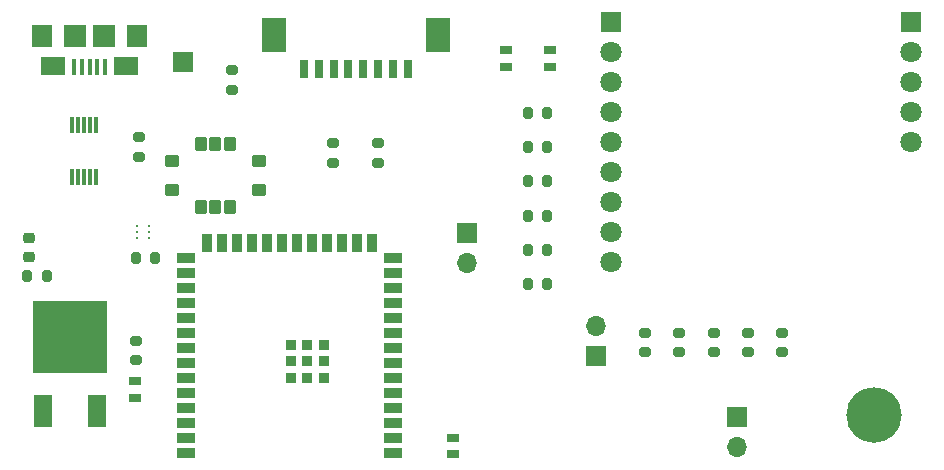
<source format=gbr>
%TF.GenerationSoftware,KiCad,Pcbnew,(6.0.8-1)-1*%
%TF.CreationDate,2022-11-08T13:41:34-07:00*%
%TF.ProjectId,AirU,41697255-2e6b-4696-9361-645f70636258,rev?*%
%TF.SameCoordinates,Original*%
%TF.FileFunction,Soldermask,Top*%
%TF.FilePolarity,Negative*%
%FSLAX46Y46*%
G04 Gerber Fmt 4.6, Leading zero omitted, Abs format (unit mm)*
G04 Created by KiCad (PCBNEW (6.0.8-1)-1) date 2022-11-08 13:41:34*
%MOMM*%
%LPD*%
G01*
G04 APERTURE LIST*
G04 Aperture macros list*
%AMRoundRect*
0 Rectangle with rounded corners*
0 $1 Rounding radius*
0 $2 $3 $4 $5 $6 $7 $8 $9 X,Y pos of 4 corners*
0 Add a 4 corners polygon primitive as box body*
4,1,4,$2,$3,$4,$5,$6,$7,$8,$9,$2,$3,0*
0 Add four circle primitives for the rounded corners*
1,1,$1+$1,$2,$3*
1,1,$1+$1,$4,$5*
1,1,$1+$1,$6,$7*
1,1,$1+$1,$8,$9*
0 Add four rect primitives between the rounded corners*
20,1,$1+$1,$2,$3,$4,$5,0*
20,1,$1+$1,$4,$5,$6,$7,0*
20,1,$1+$1,$6,$7,$8,$9,0*
20,1,$1+$1,$8,$9,$2,$3,0*%
G04 Aperture macros list end*
%ADD10RoundRect,0.200000X0.200000X0.275000X-0.200000X0.275000X-0.200000X-0.275000X0.200000X-0.275000X0*%
%ADD11RoundRect,0.200000X-0.275000X0.200000X-0.275000X-0.200000X0.275000X-0.200000X0.275000X0.200000X0*%
%ADD12R,1.700000X1.700000*%
%ADD13O,1.700000X1.700000*%
%ADD14R,1.500000X0.900000*%
%ADD15R,0.900000X1.500000*%
%ADD16R,0.900000X0.900000*%
%ADD17RoundRect,0.200000X0.275000X-0.200000X0.275000X0.200000X-0.275000X0.200000X-0.275000X-0.200000X0*%
%ADD18C,4.700000*%
%ADD19R,0.990000X0.780000*%
%ADD20C,0.230000*%
%ADD21RoundRect,0.218750X0.256250X-0.218750X0.256250X0.218750X-0.256250X0.218750X-0.256250X-0.218750X0*%
%ADD22R,1.500000X2.800000*%
%ADD23R,6.300000X6.100000*%
%ADD24RoundRect,0.101600X0.385900X-0.480900X0.385900X0.480900X-0.385900X0.480900X-0.385900X-0.480900X0*%
%ADD25RoundRect,0.101600X-0.480900X-0.385900X0.480900X-0.385900X0.480900X0.385900X-0.480900X0.385900X0*%
%ADD26R,1.800000X1.800000*%
%ADD27C,1.800000*%
%ADD28R,0.300000X1.400000*%
%ADD29R,0.400000X1.350000*%
%ADD30R,1.800000X1.900000*%
%ADD31R,2.100000X1.600000*%
%ADD32R,1.900000X1.900000*%
%ADD33R,0.800000X1.600000*%
%ADD34R,2.100000X3.000000*%
%ADD35RoundRect,0.200000X-0.200000X-0.275000X0.200000X-0.275000X0.200000X0.275000X-0.200000X0.275000X0*%
G04 APERTURE END LIST*
D10*
%TO.C,R5*%
X166900000Y-43100000D03*
X165250000Y-43100000D03*
%TD*%
D11*
%TO.C,R14*%
X132100000Y-50775000D03*
X132100000Y-52425000D03*
%TD*%
D12*
%TO.C,J6*%
X171000000Y-52100000D03*
D13*
X171000000Y-49560000D03*
%TD*%
D14*
%TO.C,U1*%
X153850000Y-60260000D03*
X153850000Y-58990000D03*
X153850000Y-57720000D03*
X153850000Y-56450000D03*
X153850000Y-55180000D03*
X153850000Y-53910000D03*
X153850000Y-52640000D03*
X153850000Y-51370000D03*
X153850000Y-50100000D03*
X153850000Y-48830000D03*
X153850000Y-47560000D03*
X153850000Y-46290000D03*
X153850000Y-45020000D03*
X153850000Y-43750000D03*
D15*
X152085000Y-42500000D03*
X150815000Y-42500000D03*
X149545000Y-42500000D03*
X148275000Y-42500000D03*
X147005000Y-42500000D03*
X145735000Y-42500000D03*
X144465000Y-42500000D03*
X143195000Y-42500000D03*
X141925000Y-42500000D03*
X140655000Y-42500000D03*
X139385000Y-42500000D03*
X138115000Y-42500000D03*
D14*
X136350000Y-43750000D03*
X136350000Y-45020000D03*
X136350000Y-46290000D03*
X136350000Y-47560000D03*
X136350000Y-48830000D03*
X136350000Y-50100000D03*
X136350000Y-51370000D03*
X136350000Y-52640000D03*
X136350000Y-53910000D03*
X136350000Y-55180000D03*
X136350000Y-56450000D03*
X136350000Y-57720000D03*
X136350000Y-58990000D03*
X136350000Y-60260000D03*
D16*
X145200000Y-51140000D03*
X146600000Y-52540000D03*
X146600000Y-51140000D03*
X145200000Y-52540000D03*
X148000000Y-51140000D03*
X146600000Y-53940000D03*
X148000000Y-52540000D03*
X145200000Y-53940000D03*
X148000000Y-53940000D03*
%TD*%
D11*
%TO.C,R8*%
X178100000Y-50100000D03*
X178100000Y-51750000D03*
%TD*%
%TO.C,R9*%
X181000000Y-50100000D03*
X181000000Y-51750000D03*
%TD*%
D10*
%TO.C,R3*%
X166900000Y-37300000D03*
X165250000Y-37300000D03*
%TD*%
D17*
%TO.C,R17*%
X148800000Y-35725000D03*
X148800000Y-34075000D03*
%TD*%
%TO.C,R18*%
X152600000Y-35725000D03*
X152600000Y-34075000D03*
%TD*%
D18*
%TO.C,REF\u002A\u002A*%
X194600000Y-57100000D03*
%TD*%
D19*
%TO.C,C4*%
X158900000Y-60400000D03*
X158900000Y-59000000D03*
%TD*%
D20*
%TO.C,U5*%
X133199999Y-42099999D03*
X132200001Y-42099999D03*
X133199999Y-41600000D03*
X132200001Y-41600000D03*
X133199999Y-41100001D03*
X132200001Y-41100001D03*
%TD*%
D12*
%TO.C,J4*%
X183000000Y-57225000D03*
D13*
X183000000Y-59765000D03*
%TD*%
D10*
%TO.C,R15*%
X133725000Y-43800000D03*
X132075000Y-43800000D03*
%TD*%
D21*
%TO.C,D1*%
X123000000Y-43687500D03*
X123000000Y-42112500D03*
%TD*%
D22*
%TO.C,IC3*%
X124214000Y-56700000D03*
D23*
X126500000Y-50450000D03*
D22*
X128786000Y-56700000D03*
%TD*%
D19*
%TO.C,C1*%
X163400000Y-26200000D03*
X163400000Y-27600000D03*
%TD*%
D24*
%TO.C,U4*%
X137550000Y-39475000D03*
X138800000Y-39475000D03*
X140050000Y-39475000D03*
D25*
X142475000Y-38050000D03*
X142475000Y-35550000D03*
D24*
X140050000Y-34125000D03*
X138800000Y-34125000D03*
X137550000Y-34125000D03*
D25*
X135125000Y-35550000D03*
X135125000Y-38050000D03*
%TD*%
D11*
%TO.C,R13*%
X132300000Y-33575000D03*
X132300000Y-35225000D03*
%TD*%
D12*
%TO.C,J3*%
X160100000Y-41700000D03*
D13*
X160100000Y-44240000D03*
%TD*%
D10*
%TO.C,R2*%
X166900000Y-34400000D03*
X165250000Y-34400000D03*
%TD*%
D12*
%TO.C,J5*%
X136100000Y-27200000D03*
%TD*%
D11*
%TO.C,R7*%
X175200000Y-50100000D03*
X175200000Y-51750000D03*
%TD*%
D19*
%TO.C,C2*%
X132000000Y-55600000D03*
X132000000Y-54200000D03*
%TD*%
D26*
%TO.C,U3*%
X172300000Y-23810000D03*
D27*
X172300000Y-26350000D03*
X172300000Y-28890000D03*
X172300000Y-31430000D03*
X172300000Y-33970000D03*
X172300000Y-36510000D03*
X172300000Y-39050000D03*
X172300000Y-41590000D03*
X172300000Y-44130000D03*
D26*
X197700000Y-23810000D03*
D27*
X197700000Y-26350000D03*
X197700000Y-28890000D03*
X197700000Y-31430000D03*
X197700000Y-33970000D03*
%TD*%
D10*
%TO.C,R6*%
X166900000Y-46000000D03*
X165250000Y-46000000D03*
%TD*%
D11*
%TO.C,R10*%
X183900000Y-50100000D03*
X183900000Y-51750000D03*
%TD*%
D28*
%TO.C,U2*%
X128700000Y-32500000D03*
X128200000Y-32500000D03*
X127700000Y-32500000D03*
X127200000Y-32500000D03*
X126700000Y-32500000D03*
X126700000Y-36900000D03*
X127200000Y-36900000D03*
X127700000Y-36900000D03*
X128200000Y-36900000D03*
X128700000Y-36900000D03*
%TD*%
D17*
%TO.C,R12*%
X140200000Y-29525000D03*
X140200000Y-27875000D03*
%TD*%
D29*
%TO.C,J2*%
X129450000Y-27625000D03*
X128800000Y-27625000D03*
X128150000Y-27625000D03*
X127500000Y-27625000D03*
X126850000Y-27625000D03*
D30*
X132150000Y-24950000D03*
X124150000Y-24950000D03*
D31*
X131250000Y-27500000D03*
X125050000Y-27500000D03*
D32*
X129350000Y-24950000D03*
X126950000Y-24950000D03*
%TD*%
D33*
%TO.C,J1*%
X155075000Y-27800000D03*
X153825000Y-27800000D03*
X152575000Y-27800000D03*
X151325000Y-27800000D03*
X150075000Y-27800000D03*
X148825000Y-27800000D03*
X147575000Y-27800000D03*
X146325000Y-27800000D03*
D34*
X157625000Y-24900000D03*
X143775000Y-24900000D03*
%TD*%
D10*
%TO.C,R4*%
X166900000Y-40200000D03*
X165250000Y-40200000D03*
%TD*%
D19*
%TO.C,C5*%
X167100000Y-27600000D03*
X167100000Y-26200000D03*
%TD*%
D10*
%TO.C,R1*%
X166900000Y-31500000D03*
X165250000Y-31500000D03*
%TD*%
D35*
%TO.C,R16*%
X122875000Y-45300000D03*
X124525000Y-45300000D03*
%TD*%
D11*
%TO.C,R11*%
X186800000Y-50100000D03*
X186800000Y-51750000D03*
%TD*%
M02*

</source>
